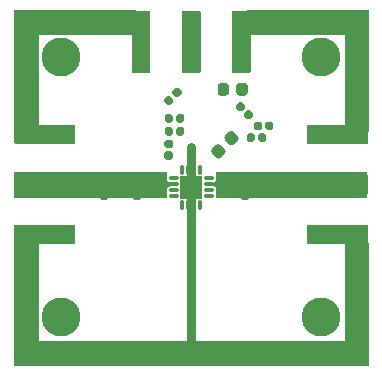
<source format=gbr>
%TF.GenerationSoftware,KiCad,Pcbnew,5.1.7*%
%TF.CreationDate,2020-12-15T08:17:55+00:00*%
%TF.ProjectId,QPL9065,51504c39-3036-4352-9e6b-696361645f70,rev?*%
%TF.SameCoordinates,Original*%
%TF.FileFunction,Soldermask,Top*%
%TF.FilePolarity,Negative*%
%FSLAX46Y46*%
G04 Gerber Fmt 4.6, Leading zero omitted, Abs format (unit mm)*
G04 Created by KiCad (PCBNEW 5.1.7) date 2020-12-15 08:17:55*
%MOMM*%
%LPD*%
G01*
G04 APERTURE LIST*
%ADD10C,0.100000*%
%ADD11C,0.800000*%
%ADD12O,0.400000X0.850000*%
%ADD13O,0.850000X0.400000*%
%ADD14C,3.300000*%
G04 APERTURE END LIST*
D10*
G36*
X164800000Y-94800000D02*
G01*
X152100000Y-94800000D01*
X152100000Y-94000000D01*
X151700000Y-93750000D01*
X152100000Y-93500000D01*
X152100000Y-92700000D01*
X164800000Y-92700000D01*
X164800000Y-94800000D01*
G37*
X164800000Y-94800000D02*
X152100000Y-94800000D01*
X152100000Y-94000000D01*
X151700000Y-93750000D01*
X152100000Y-93500000D01*
X152100000Y-92700000D01*
X164800000Y-92700000D01*
X164800000Y-94800000D01*
G36*
X147900000Y-93500000D02*
G01*
X148400000Y-93750000D01*
X147900000Y-94000000D01*
X147900000Y-94800000D01*
X135000000Y-94800000D01*
X135000000Y-92700000D01*
X147900000Y-92700000D01*
X147900000Y-93500000D01*
G37*
X147900000Y-93500000D02*
X148400000Y-93750000D01*
X147900000Y-94000000D01*
X147900000Y-94800000D01*
X135000000Y-94800000D01*
X135000000Y-92700000D01*
X147900000Y-92700000D01*
X147900000Y-93500000D01*
D11*
X150000000Y-90600000D02*
X150000000Y-107500000D01*
D10*
G36*
X165000000Y-109000000D02*
G01*
X135000000Y-109000000D01*
X135000000Y-107000000D01*
X165000000Y-107000000D01*
X165000000Y-109000000D01*
G37*
X165000000Y-109000000D02*
X135000000Y-109000000D01*
X135000000Y-107000000D01*
X165000000Y-107000000D01*
X165000000Y-109000000D01*
G36*
X165000000Y-81000000D02*
G01*
X154750000Y-81000000D01*
X154750000Y-79000000D01*
X165000000Y-79000000D01*
X165000000Y-81000000D01*
G37*
X165000000Y-81000000D02*
X154750000Y-81000000D01*
X154750000Y-79000000D01*
X165000000Y-79000000D01*
X165000000Y-81000000D01*
G36*
X145250000Y-81000000D02*
G01*
X135000000Y-81000000D01*
X135000000Y-79000000D01*
X145250000Y-79000000D01*
X145250000Y-81000000D01*
G37*
X145250000Y-81000000D02*
X135000000Y-81000000D01*
X135000000Y-79000000D01*
X145250000Y-79000000D01*
X145250000Y-81000000D01*
G36*
X137000000Y-89250000D02*
G01*
X135000000Y-89250000D01*
X135000000Y-79000000D01*
X137000000Y-79000000D01*
X137000000Y-89250000D01*
G37*
X137000000Y-89250000D02*
X135000000Y-89250000D01*
X135000000Y-79000000D01*
X137000000Y-79000000D01*
X137000000Y-89250000D01*
G36*
X137000000Y-109000000D02*
G01*
X135000000Y-109000000D01*
X135000000Y-98750000D01*
X137000000Y-98750000D01*
X137000000Y-109000000D01*
G37*
X137000000Y-109000000D02*
X135000000Y-109000000D01*
X135000000Y-98750000D01*
X137000000Y-98750000D01*
X137000000Y-109000000D01*
G36*
X165000000Y-109000000D02*
G01*
X163000000Y-109000000D01*
X163000000Y-98750000D01*
X165000000Y-98750000D01*
X165000000Y-109000000D01*
G37*
X165000000Y-109000000D02*
X163000000Y-109000000D01*
X163000000Y-98750000D01*
X165000000Y-98750000D01*
X165000000Y-109000000D01*
G36*
X165000000Y-89250000D02*
G01*
X163000000Y-89250000D01*
X163000000Y-79000000D01*
X165000000Y-79000000D01*
X165000000Y-89250000D01*
G37*
X165000000Y-89250000D02*
X163000000Y-89250000D01*
X163000000Y-79000000D01*
X165000000Y-79000000D01*
X165000000Y-89250000D01*
%TO.C,U1*%
G36*
G01*
X149050000Y-94900000D02*
X149050000Y-93100000D01*
G75*
G02*
X149100000Y-93050000I50000J0D01*
G01*
X150900000Y-93050000D01*
G75*
G02*
X150950000Y-93100000I0J-50000D01*
G01*
X150950000Y-94900000D01*
G75*
G02*
X150900000Y-94950000I-50000J0D01*
G01*
X149100000Y-94950000D01*
G75*
G02*
X149050000Y-94900000I0J50000D01*
G01*
G37*
D12*
X149250000Y-92525000D03*
X149750000Y-92525000D03*
X150250000Y-92525000D03*
X150750000Y-92525000D03*
D13*
X151475000Y-93250000D03*
X151475000Y-93750000D03*
X151475000Y-94250000D03*
X151475000Y-94750000D03*
D12*
X150750000Y-95475000D03*
X150250000Y-95475000D03*
X149750000Y-95475000D03*
X149250000Y-95475000D03*
D13*
X148525000Y-94750000D03*
X148525000Y-94250000D03*
X148525000Y-93750000D03*
X148525000Y-93250000D03*
%TD*%
%TO.C,C5*%
G36*
G01*
X154705000Y-89997500D02*
X154705000Y-89602500D01*
G75*
G02*
X154877500Y-89430000I172500J0D01*
G01*
X155222500Y-89430000D01*
G75*
G02*
X155395000Y-89602500I0J-172500D01*
G01*
X155395000Y-89997500D01*
G75*
G02*
X155222500Y-90170000I-172500J0D01*
G01*
X154877500Y-90170000D01*
G75*
G02*
X154705000Y-89997500I0J172500D01*
G01*
G37*
G36*
G01*
X155675000Y-89997500D02*
X155675000Y-89602500D01*
G75*
G02*
X155847500Y-89430000I172500J0D01*
G01*
X156192500Y-89430000D01*
G75*
G02*
X156365000Y-89602500I0J-172500D01*
G01*
X156365000Y-89997500D01*
G75*
G02*
X156192500Y-90170000I-172500J0D01*
G01*
X155847500Y-90170000D01*
G75*
G02*
X155675000Y-89997500I0J172500D01*
G01*
G37*
%TD*%
%TO.C,C6*%
G36*
G01*
X156275000Y-88997500D02*
X156275000Y-88602500D01*
G75*
G02*
X156447500Y-88430000I172500J0D01*
G01*
X156792500Y-88430000D01*
G75*
G02*
X156965000Y-88602500I0J-172500D01*
G01*
X156965000Y-88997500D01*
G75*
G02*
X156792500Y-89170000I-172500J0D01*
G01*
X156447500Y-89170000D01*
G75*
G02*
X156275000Y-88997500I0J172500D01*
G01*
G37*
G36*
G01*
X155305000Y-88997500D02*
X155305000Y-88602500D01*
G75*
G02*
X155477500Y-88430000I172500J0D01*
G01*
X155822500Y-88430000D01*
G75*
G02*
X155995000Y-88602500I0J-172500D01*
G01*
X155995000Y-88997500D01*
G75*
G02*
X155822500Y-89170000I-172500J0D01*
G01*
X155477500Y-89170000D01*
G75*
G02*
X155305000Y-88997500I0J172500D01*
G01*
G37*
%TD*%
%TO.C,C7*%
G36*
G01*
X148725000Y-88347500D02*
X148725000Y-87952500D01*
G75*
G02*
X148897500Y-87780000I172500J0D01*
G01*
X149242500Y-87780000D01*
G75*
G02*
X149415000Y-87952500I0J-172500D01*
G01*
X149415000Y-88347500D01*
G75*
G02*
X149242500Y-88520000I-172500J0D01*
G01*
X148897500Y-88520000D01*
G75*
G02*
X148725000Y-88347500I0J172500D01*
G01*
G37*
G36*
G01*
X147755000Y-88347500D02*
X147755000Y-87952500D01*
G75*
G02*
X147927500Y-87780000I172500J0D01*
G01*
X148272500Y-87780000D01*
G75*
G02*
X148445000Y-87952500I0J-172500D01*
G01*
X148445000Y-88347500D01*
G75*
G02*
X148272500Y-88520000I-172500J0D01*
G01*
X147927500Y-88520000D01*
G75*
G02*
X147755000Y-88347500I0J172500D01*
G01*
G37*
%TD*%
%TO.C,C8*%
G36*
G01*
X147755000Y-89447500D02*
X147755000Y-89052500D01*
G75*
G02*
X147927500Y-88880000I172500J0D01*
G01*
X148272500Y-88880000D01*
G75*
G02*
X148445000Y-89052500I0J-172500D01*
G01*
X148445000Y-89447500D01*
G75*
G02*
X148272500Y-89620000I-172500J0D01*
G01*
X147927500Y-89620000D01*
G75*
G02*
X147755000Y-89447500I0J172500D01*
G01*
G37*
G36*
G01*
X148725000Y-89447500D02*
X148725000Y-89052500D01*
G75*
G02*
X148897500Y-88880000I172500J0D01*
G01*
X149242500Y-88880000D01*
G75*
G02*
X149415000Y-89052500I0J-172500D01*
G01*
X149415000Y-89447500D01*
G75*
G02*
X149242500Y-89620000I-172500J0D01*
G01*
X148897500Y-89620000D01*
G75*
G02*
X148725000Y-89447500I0J172500D01*
G01*
G37*
%TD*%
%TO.C,C12*%
G36*
G01*
X152237500Y-85981250D02*
X152237500Y-85418750D01*
G75*
G02*
X152481250Y-85175000I243750J0D01*
G01*
X152968750Y-85175000D01*
G75*
G02*
X153212500Y-85418750I0J-243750D01*
G01*
X153212500Y-85981250D01*
G75*
G02*
X152968750Y-86225000I-243750J0D01*
G01*
X152481250Y-86225000D01*
G75*
G02*
X152237500Y-85981250I0J243750D01*
G01*
G37*
G36*
G01*
X153812500Y-85981250D02*
X153812500Y-85418750D01*
G75*
G02*
X154056250Y-85175000I243750J0D01*
G01*
X154543750Y-85175000D01*
G75*
G02*
X154787500Y-85418750I0J-243750D01*
G01*
X154787500Y-85981250D01*
G75*
G02*
X154543750Y-86225000I-243750J0D01*
G01*
X154056250Y-86225000D01*
G75*
G02*
X153812500Y-85981250I0J243750D01*
G01*
G37*
%TD*%
%TO.C,L2*%
G36*
G01*
X148297500Y-91645000D02*
X147902500Y-91645000D01*
G75*
G02*
X147730000Y-91472500I0J172500D01*
G01*
X147730000Y-91127500D01*
G75*
G02*
X147902500Y-90955000I172500J0D01*
G01*
X148297500Y-90955000D01*
G75*
G02*
X148470000Y-91127500I0J-172500D01*
G01*
X148470000Y-91472500D01*
G75*
G02*
X148297500Y-91645000I-172500J0D01*
G01*
G37*
G36*
G01*
X148297500Y-90675000D02*
X147902500Y-90675000D01*
G75*
G02*
X147730000Y-90502500I0J172500D01*
G01*
X147730000Y-90157500D01*
G75*
G02*
X147902500Y-89985000I172500J0D01*
G01*
X148297500Y-89985000D01*
G75*
G02*
X148470000Y-90157500I0J-172500D01*
G01*
X148470000Y-90502500D01*
G75*
G02*
X148297500Y-90675000I-172500J0D01*
G01*
G37*
%TD*%
%TO.C,L5*%
G36*
G01*
X152154160Y-91493588D02*
X151756412Y-91095840D01*
G75*
G02*
X151756412Y-90751126I172357J172357D01*
G01*
X152101126Y-90406412D01*
G75*
G02*
X152445840Y-90406412I172357J-172357D01*
G01*
X152843588Y-90804160D01*
G75*
G02*
X152843588Y-91148874I-172357J-172357D01*
G01*
X152498874Y-91493588D01*
G75*
G02*
X152154160Y-91493588I-172357J172357D01*
G01*
G37*
G36*
G01*
X153267854Y-90379894D02*
X152870106Y-89982146D01*
G75*
G02*
X152870106Y-89637432I172357J172357D01*
G01*
X153214820Y-89292718D01*
G75*
G02*
X153559534Y-89292718I172357J-172357D01*
G01*
X153957282Y-89690466D01*
G75*
G02*
X153957282Y-90035180I-172357J-172357D01*
G01*
X153612568Y-90379894D01*
G75*
G02*
X153267854Y-90379894I-172357J172357D01*
G01*
G37*
%TD*%
%TO.C,J1*%
G36*
G01*
X135060000Y-92950000D02*
X140140000Y-92950000D01*
G75*
G02*
X140190000Y-93000000I0J-50000D01*
G01*
X140190000Y-94500000D01*
G75*
G02*
X140140000Y-94550000I-50000J0D01*
G01*
X135060000Y-94550000D01*
G75*
G02*
X135010000Y-94500000I0J50000D01*
G01*
X135010000Y-93000000D01*
G75*
G02*
X135060000Y-92950000I50000J0D01*
G01*
G37*
G36*
G01*
X135060000Y-97200000D02*
X140140000Y-97200000D01*
G75*
G02*
X140190000Y-97250000I0J-50000D01*
G01*
X140190000Y-98750000D01*
G75*
G02*
X140140000Y-98800000I-50000J0D01*
G01*
X135060000Y-98800000D01*
G75*
G02*
X135010000Y-98750000I0J50000D01*
G01*
X135010000Y-97250000D01*
G75*
G02*
X135060000Y-97200000I50000J0D01*
G01*
G37*
G36*
G01*
X135060000Y-88700000D02*
X140140000Y-88700000D01*
G75*
G02*
X140190000Y-88750000I0J-50000D01*
G01*
X140190000Y-90250000D01*
G75*
G02*
X140140000Y-90300000I-50000J0D01*
G01*
X135060000Y-90300000D01*
G75*
G02*
X135010000Y-90250000I0J50000D01*
G01*
X135010000Y-88750000D01*
G75*
G02*
X135060000Y-88700000I50000J0D01*
G01*
G37*
%TD*%
%TO.C,J2*%
G36*
G01*
X164940000Y-98800000D02*
X159860000Y-98800000D01*
G75*
G02*
X159810000Y-98750000I0J50000D01*
G01*
X159810000Y-97250000D01*
G75*
G02*
X159860000Y-97200000I50000J0D01*
G01*
X164940000Y-97200000D01*
G75*
G02*
X164990000Y-97250000I0J-50000D01*
G01*
X164990000Y-98750000D01*
G75*
G02*
X164940000Y-98800000I-50000J0D01*
G01*
G37*
G36*
G01*
X164940000Y-90300000D02*
X159860000Y-90300000D01*
G75*
G02*
X159810000Y-90250000I0J50000D01*
G01*
X159810000Y-88750000D01*
G75*
G02*
X159860000Y-88700000I50000J0D01*
G01*
X164940000Y-88700000D01*
G75*
G02*
X164990000Y-88750000I0J-50000D01*
G01*
X164990000Y-90250000D01*
G75*
G02*
X164940000Y-90300000I-50000J0D01*
G01*
G37*
G36*
G01*
X164940000Y-94550000D02*
X159860000Y-94550000D01*
G75*
G02*
X159810000Y-94500000I0J50000D01*
G01*
X159810000Y-93000000D01*
G75*
G02*
X159860000Y-92950000I50000J0D01*
G01*
X164940000Y-92950000D01*
G75*
G02*
X164990000Y-93000000I0J-50000D01*
G01*
X164990000Y-94500000D01*
G75*
G02*
X164940000Y-94550000I-50000J0D01*
G01*
G37*
%TD*%
%TO.C,J3*%
G36*
G01*
X150800000Y-79160000D02*
X150800000Y-84240000D01*
G75*
G02*
X150750000Y-84290000I-50000J0D01*
G01*
X149250000Y-84290000D01*
G75*
G02*
X149200000Y-84240000I0J50000D01*
G01*
X149200000Y-79160000D01*
G75*
G02*
X149250000Y-79110000I50000J0D01*
G01*
X150750000Y-79110000D01*
G75*
G02*
X150800000Y-79160000I0J-50000D01*
G01*
G37*
G36*
G01*
X146550000Y-79160000D02*
X146550000Y-84240000D01*
G75*
G02*
X146500000Y-84290000I-50000J0D01*
G01*
X145000000Y-84290000D01*
G75*
G02*
X144950000Y-84240000I0J50000D01*
G01*
X144950000Y-79160000D01*
G75*
G02*
X145000000Y-79110000I50000J0D01*
G01*
X146500000Y-79110000D01*
G75*
G02*
X146550000Y-79160000I0J-50000D01*
G01*
G37*
G36*
G01*
X155050000Y-79160000D02*
X155050000Y-84240000D01*
G75*
G02*
X155000000Y-84290000I-50000J0D01*
G01*
X153500000Y-84290000D01*
G75*
G02*
X153450000Y-84240000I0J50000D01*
G01*
X153450000Y-79160000D01*
G75*
G02*
X153500000Y-79110000I50000J0D01*
G01*
X155000000Y-79110000D01*
G75*
G02*
X155050000Y-79160000I0J-50000D01*
G01*
G37*
%TD*%
%TO.C,R1*%
G36*
G01*
X155226553Y-87947245D02*
X154947245Y-88226553D01*
G75*
G02*
X154703293Y-88226553I-121976J121976D01*
G01*
X154459341Y-87982601D01*
G75*
G02*
X154459341Y-87738649I121976J121976D01*
G01*
X154738649Y-87459341D01*
G75*
G02*
X154982601Y-87459341I121976J-121976D01*
G01*
X155226553Y-87703293D01*
G75*
G02*
X155226553Y-87947245I-121976J-121976D01*
G01*
G37*
G36*
G01*
X154540659Y-87261351D02*
X154261351Y-87540659D01*
G75*
G02*
X154017399Y-87540659I-121976J121976D01*
G01*
X153773447Y-87296707D01*
G75*
G02*
X153773447Y-87052755I121976J121976D01*
G01*
X154052755Y-86773447D01*
G75*
G02*
X154296707Y-86773447I121976J-121976D01*
G01*
X154540659Y-87017399D01*
G75*
G02*
X154540659Y-87261351I-121976J-121976D01*
G01*
G37*
%TD*%
%TO.C,R2*%
G36*
G01*
X148218404Y-86252288D02*
X148497712Y-86531596D01*
G75*
G02*
X148497712Y-86775548I-121976J-121976D01*
G01*
X148253760Y-87019500D01*
G75*
G02*
X148009808Y-87019500I-121976J121976D01*
G01*
X147730500Y-86740192D01*
G75*
G02*
X147730500Y-86496240I121976J121976D01*
G01*
X147974452Y-86252288D01*
G75*
G02*
X148218404Y-86252288I121976J-121976D01*
G01*
G37*
G36*
G01*
X148904298Y-85566394D02*
X149183606Y-85845702D01*
G75*
G02*
X149183606Y-86089654I-121976J-121976D01*
G01*
X148939654Y-86333606D01*
G75*
G02*
X148695702Y-86333606I-121976J121976D01*
G01*
X148416394Y-86054298D01*
G75*
G02*
X148416394Y-85810346I121976J121976D01*
G01*
X148660346Y-85566394D01*
G75*
G02*
X148904298Y-85566394I121976J-121976D01*
G01*
G37*
%TD*%
%TO.C,C2*%
G36*
G01*
X157435000Y-93947500D02*
X157435000Y-93552500D01*
G75*
G02*
X157607500Y-93380000I172500J0D01*
G01*
X157952500Y-93380000D01*
G75*
G02*
X158125000Y-93552500I0J-172500D01*
G01*
X158125000Y-93947500D01*
G75*
G02*
X157952500Y-94120000I-172500J0D01*
G01*
X157607500Y-94120000D01*
G75*
G02*
X157435000Y-93947500I0J172500D01*
G01*
G37*
G36*
G01*
X158405000Y-93947500D02*
X158405000Y-93552500D01*
G75*
G02*
X158577500Y-93380000I172500J0D01*
G01*
X158922500Y-93380000D01*
G75*
G02*
X159095000Y-93552500I0J-172500D01*
G01*
X159095000Y-93947500D01*
G75*
G02*
X158922500Y-94120000I-172500J0D01*
G01*
X158577500Y-94120000D01*
G75*
G02*
X158405000Y-93947500I0J172500D01*
G01*
G37*
%TD*%
%TO.C,R9*%
G36*
G01*
X153985000Y-93552500D02*
X153985000Y-93947500D01*
G75*
G02*
X153812500Y-94120000I-172500J0D01*
G01*
X153467500Y-94120000D01*
G75*
G02*
X153295000Y-93947500I0J172500D01*
G01*
X153295000Y-93552500D01*
G75*
G02*
X153467500Y-93380000I172500J0D01*
G01*
X153812500Y-93380000D01*
G75*
G02*
X153985000Y-93552500I0J-172500D01*
G01*
G37*
G36*
G01*
X153015000Y-93552500D02*
X153015000Y-93947500D01*
G75*
G02*
X152842500Y-94120000I-172500J0D01*
G01*
X152497500Y-94120000D01*
G75*
G02*
X152325000Y-93947500I0J172500D01*
G01*
X152325000Y-93552500D01*
G75*
G02*
X152497500Y-93380000I172500J0D01*
G01*
X152842500Y-93380000D01*
G75*
G02*
X153015000Y-93552500I0J-172500D01*
G01*
G37*
%TD*%
%TO.C,R10*%
G36*
G01*
X154767500Y-94095000D02*
X154372500Y-94095000D01*
G75*
G02*
X154200000Y-93922500I0J172500D01*
G01*
X154200000Y-93577500D01*
G75*
G02*
X154372500Y-93405000I172500J0D01*
G01*
X154767500Y-93405000D01*
G75*
G02*
X154940000Y-93577500I0J-172500D01*
G01*
X154940000Y-93922500D01*
G75*
G02*
X154767500Y-94095000I-172500J0D01*
G01*
G37*
G36*
G01*
X154767500Y-95065000D02*
X154372500Y-95065000D01*
G75*
G02*
X154200000Y-94892500I0J172500D01*
G01*
X154200000Y-94547500D01*
G75*
G02*
X154372500Y-94375000I172500J0D01*
G01*
X154767500Y-94375000D01*
G75*
G02*
X154940000Y-94547500I0J-172500D01*
G01*
X154940000Y-94892500D01*
G75*
G02*
X154767500Y-95065000I-172500J0D01*
G01*
G37*
%TD*%
%TO.C,C1*%
G36*
G01*
X142827500Y-94095000D02*
X142432500Y-94095000D01*
G75*
G02*
X142260000Y-93922500I0J172500D01*
G01*
X142260000Y-93577500D01*
G75*
G02*
X142432500Y-93405000I172500J0D01*
G01*
X142827500Y-93405000D01*
G75*
G02*
X143000000Y-93577500I0J-172500D01*
G01*
X143000000Y-93922500D01*
G75*
G02*
X142827500Y-94095000I-172500J0D01*
G01*
G37*
G36*
G01*
X142827500Y-95065000D02*
X142432500Y-95065000D01*
G75*
G02*
X142260000Y-94892500I0J172500D01*
G01*
X142260000Y-94547500D01*
G75*
G02*
X142432500Y-94375000I172500J0D01*
G01*
X142827500Y-94375000D01*
G75*
G02*
X143000000Y-94547500I0J-172500D01*
G01*
X143000000Y-94892500D01*
G75*
G02*
X142827500Y-95065000I-172500J0D01*
G01*
G37*
%TD*%
%TO.C,C9*%
G36*
G01*
X146005000Y-93947500D02*
X146005000Y-93552500D01*
G75*
G02*
X146177500Y-93380000I172500J0D01*
G01*
X146522500Y-93380000D01*
G75*
G02*
X146695000Y-93552500I0J-172500D01*
G01*
X146695000Y-93947500D01*
G75*
G02*
X146522500Y-94120000I-172500J0D01*
G01*
X146177500Y-94120000D01*
G75*
G02*
X146005000Y-93947500I0J172500D01*
G01*
G37*
G36*
G01*
X146975000Y-93947500D02*
X146975000Y-93552500D01*
G75*
G02*
X147147500Y-93380000I172500J0D01*
G01*
X147492500Y-93380000D01*
G75*
G02*
X147665000Y-93552500I0J-172500D01*
G01*
X147665000Y-93947500D01*
G75*
G02*
X147492500Y-94120000I-172500J0D01*
G01*
X147147500Y-94120000D01*
G75*
G02*
X146975000Y-93947500I0J172500D01*
G01*
G37*
%TD*%
%TO.C,L1*%
G36*
G01*
X144860000Y-93552500D02*
X144860000Y-93947500D01*
G75*
G02*
X144687500Y-94120000I-172500J0D01*
G01*
X144342500Y-94120000D01*
G75*
G02*
X144170000Y-93947500I0J172500D01*
G01*
X144170000Y-93552500D01*
G75*
G02*
X144342500Y-93380000I172500J0D01*
G01*
X144687500Y-93380000D01*
G75*
G02*
X144860000Y-93552500I0J-172500D01*
G01*
G37*
G36*
G01*
X143890000Y-93552500D02*
X143890000Y-93947500D01*
G75*
G02*
X143717500Y-94120000I-172500J0D01*
G01*
X143372500Y-94120000D01*
G75*
G02*
X143200000Y-93947500I0J172500D01*
G01*
X143200000Y-93552500D01*
G75*
G02*
X143372500Y-93380000I172500J0D01*
G01*
X143717500Y-93380000D01*
G75*
G02*
X143890000Y-93552500I0J-172500D01*
G01*
G37*
%TD*%
%TO.C,L4*%
G36*
G01*
X145232500Y-94375000D02*
X145627500Y-94375000D01*
G75*
G02*
X145800000Y-94547500I0J-172500D01*
G01*
X145800000Y-94892500D01*
G75*
G02*
X145627500Y-95065000I-172500J0D01*
G01*
X145232500Y-95065000D01*
G75*
G02*
X145060000Y-94892500I0J172500D01*
G01*
X145060000Y-94547500D01*
G75*
G02*
X145232500Y-94375000I172500J0D01*
G01*
G37*
G36*
G01*
X145232500Y-93405000D02*
X145627500Y-93405000D01*
G75*
G02*
X145800000Y-93577500I0J-172500D01*
G01*
X145800000Y-93922500D01*
G75*
G02*
X145627500Y-94095000I-172500J0D01*
G01*
X145232500Y-94095000D01*
G75*
G02*
X145060000Y-93922500I0J172500D01*
G01*
X145060000Y-93577500D01*
G75*
G02*
X145232500Y-93405000I172500J0D01*
G01*
G37*
%TD*%
D14*
%TO.C,MH1*%
X139000000Y-105000000D03*
%TD*%
%TO.C,MH2*%
X139000000Y-83000000D03*
%TD*%
%TO.C,MH3*%
X161000000Y-105000000D03*
%TD*%
%TO.C,MH4*%
X161000000Y-83000000D03*
%TD*%
M02*

</source>
